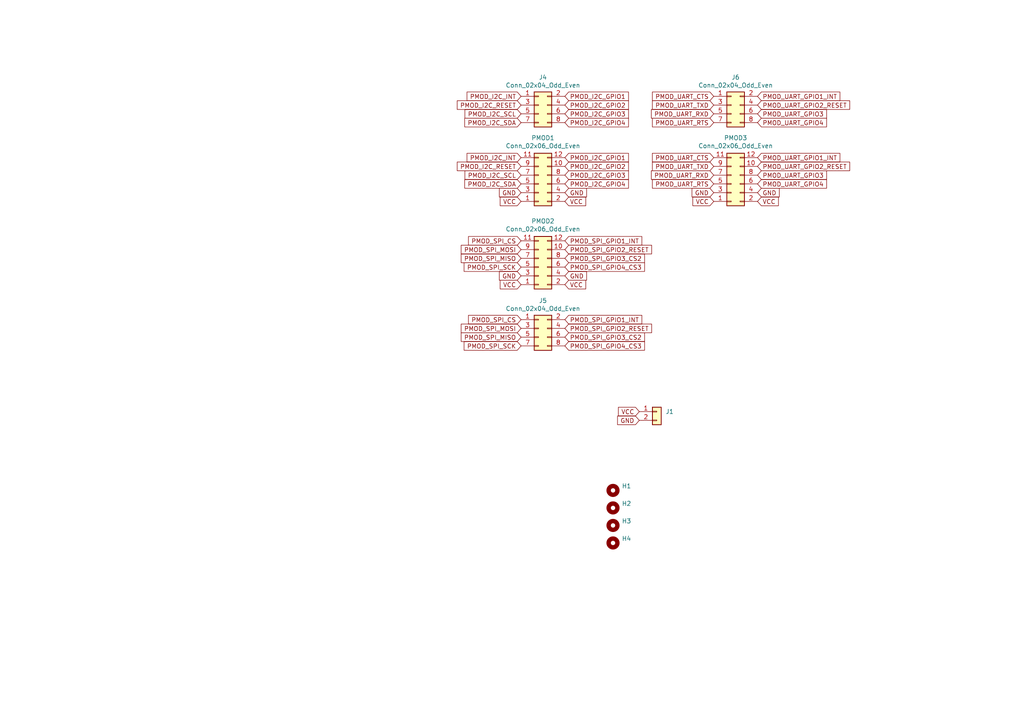
<source format=kicad_sch>
(kicad_sch (version 20211123) (generator eeschema)
  (paper "A4")
  (lib_symbols
    (symbol "Connector_Generic:Conn_01x02" (pin_names (offset 1.016) hide)
      (property "Reference" "J" (at 0 2.54 0))
      (property "Value" "Conn_01x02" (at 0 -5.08 0))
      (symbol "Conn_01x02_1_1"
        (rectangle (start -1.27 -2.413) (end 0 -2.667) (stroke (width 0.1524)))
        (rectangle (start -1.27 0.127) (end 0 -0.127) (stroke (width 0.1524)))
        (rectangle (start -1.27 1.27) (end 1.27 -3.81) (stroke (width 0.254)) (fill (type background)))
        (pin passive line (at -5.08 0 0) (length 3.81) (name "Pin_1") (number "1"))
        (pin passive line (at -5.08 -2.54 0) (length 3.81) (name "Pin_2") (number "2"))
      )
    )
    (symbol "Connector_Generic:Conn_02x04_Odd_Even" (pin_names (offset 1.016) hide)
      (property "Reference" "J" (at 1.27 5.08 0))
      (property "Value" "Conn_02x04_Odd_Even" (at 1.27 -7.62 0))
      (symbol "Conn_02x04_Odd_Even_1_1"
        (rectangle (start -1.27 -4.953) (end 0 -5.207) (stroke (width 0.1524)))
        (rectangle (start -1.27 -2.413) (end 0 -2.667) (stroke (width 0.1524)))
        (rectangle (start -1.27 0.127) (end 0 -0.127) (stroke (width 0.1524)))
        (rectangle (start -1.27 2.667) (end 0 2.413) (stroke (width 0.1524)))
        (rectangle (start -1.27 3.81) (end 3.81 -6.35) (stroke (width 0.254)) (fill (type background)))
        (rectangle (start 3.81 -4.953) (end 2.54 -5.207) (stroke (width 0.1524)))
        (rectangle (start 3.81 -2.413) (end 2.54 -2.667) (stroke (width 0.1524)))
        (rectangle (start 3.81 0.127) (end 2.54 -0.127) (stroke (width 0.1524)))
        (rectangle (start 3.81 2.667) (end 2.54 2.413) (stroke (width 0.1524)))
        (pin passive line (at -5.08 2.54 0) (length 3.81) (name "Pin_1") (number "1"))
        (pin passive line (at 7.62 2.54 180) (length 3.81) (name "Pin_2") (number "2"))
        (pin passive line (at -5.08 0 0) (length 3.81) (name "Pin_3") (number "3"))
        (pin passive line (at 7.62 0 180) (length 3.81) (name "Pin_4") (number "4"))
        (pin passive line (at -5.08 -2.54 0) (length 3.81) (name "Pin_5") (number "5"))
        (pin passive line (at 7.62 -2.54 180) (length 3.81) (name "Pin_6") (number "6"))
        (pin passive line (at -5.08 -5.08 0) (length 3.81) (name "Pin_7") (number "7"))
        (pin passive line (at 7.62 -5.08 180) (length 3.81) (name "Pin_8") (number "8"))
      )
    )
    (symbol "Connector_Generic:Conn_02x06_Odd_Even" (pin_names (offset 1.016) hide)
      (property "Reference" "J" (at 1.27 7.62 0))
      (property "Value" "Conn_02x06_Odd_Even" (at 1.27 -10.16 0))
      (symbol "Conn_02x06_Odd_Even_1_1"
        (rectangle (start -1.27 -7.493) (end 0 -7.747) (stroke (width 0.1524)))
        (rectangle (start -1.27 -4.953) (end 0 -5.207) (stroke (width 0.1524)))
        (rectangle (start -1.27 -2.413) (end 0 -2.667) (stroke (width 0.1524)))
        (rectangle (start -1.27 0.127) (end 0 -0.127) (stroke (width 0.1524)))
        (rectangle (start -1.27 2.667) (end 0 2.413) (stroke (width 0.1524)))
        (rectangle (start -1.27 5.207) (end 0 4.953) (stroke (width 0.1524)))
        (rectangle (start -1.27 6.35) (end 3.81 -8.89) (stroke (width 0.254)) (fill (type background)))
        (rectangle (start 3.81 -7.493) (end 2.54 -7.747) (stroke (width 0.1524)))
        (rectangle (start 3.81 -4.953) (end 2.54 -5.207) (stroke (width 0.1524)))
        (rectangle (start 3.81 -2.413) (end 2.54 -2.667) (stroke (width 0.1524)))
        (rectangle (start 3.81 0.127) (end 2.54 -0.127) (stroke (width 0.1524)))
        (rectangle (start 3.81 2.667) (end 2.54 2.413) (stroke (width 0.1524)))
        (rectangle (start 3.81 5.207) (end 2.54 4.953) (stroke (width 0.1524)))
        (pin passive line (at -5.08 5.08 0) (length 3.81) (name "Pin_1") (number "1"))
        (pin passive line (at 7.62 -5.08 180) (length 3.81) (name "Pin_10") (number "10"))
        (pin passive line (at -5.08 -7.62 0) (length 3.81) (name "Pin_11") (number "11"))
        (pin passive line (at 7.62 -7.62 180) (length 3.81) (name "Pin_12") (number "12"))
        (pin passive line (at 7.62 5.08 180) (length 3.81) (name "Pin_2") (number "2"))
        (pin passive line (at -5.08 2.54 0) (length 3.81) (name "Pin_3") (number "3"))
        (pin passive line (at 7.62 2.54 180) (length 3.81) (name "Pin_4") (number "4"))
        (pin passive line (at -5.08 0 0) (length 3.81) (name "Pin_5") (number "5"))
        (pin passive line (at 7.62 0 180) (length 3.81) (name "Pin_6") (number "6"))
        (pin passive line (at -5.08 -2.54 0) (length 3.81) (name "Pin_7") (number "7"))
        (pin passive line (at 7.62 -2.54 180) (length 3.81) (name "Pin_8") (number "8"))
        (pin passive line (at -5.08 -5.08 0) (length 3.81) (name "Pin_9") (number "9"))
      )
    )
    (symbol "Mechanical:MountingHole" (pin_names (offset 1.016))
      (property "Reference" "H" (at 0 5.08 0))
      (property "Value" "MountingHole" (at 0 3.175 0))
      (symbol "MountingHole_0_1"
        (circle (center 0 0) (radius 1.27) (stroke (width 1.27)))
      )
    )
  )
  (global_label "GND" (shape input) (at 163.83 55.88 0) (property "Intersheet-verwijzingen" "${INTERSHEET_REFS}" (effects hide)))
  (global_label "PMOD_UART_RTS" (shape input) (at 207.01 35.56 180) (property "Intersheet-verwijzingen" "${INTERSHEET_REFS}" (effects hide)))
  (global_label "PMOD_I2C_INT" (shape input) (at 151.13 45.72 180) (property "Intersheet-verwijzingen" "${INTERSHEET_REFS}" (effects hide)))
  (global_label "VCC" (shape input) (at 185.42 119.38 180) (property "Intersheet-verwijzingen" "${INTERSHEET_REFS}" (effects hide)))
  (global_label "GND" (shape input) (at 163.83 80.01 0) (property "Intersheet-verwijzingen" "${INTERSHEET_REFS}" (effects hide)))
  (global_label "PMOD_SPI_SCK" (shape input) (at 151.13 100.33 180) (property "Intersheet-verwijzingen" "${INTERSHEET_REFS}" (effects hide)))
  (global_label "PMOD_UART_GPIO2_RESET" (shape input) (at 219.71 30.48 0) (property "Intersheet-verwijzingen" "${INTERSHEET_REFS}" (effects hide)))
  (global_label "PMOD_I2C_GPIO1" (shape input) (at 163.83 27.94 0) (property "Intersheet-verwijzingen" "${INTERSHEET_REFS}" (effects hide)))
  (global_label "PMOD_UART_GPIO4" (shape input) (at 219.71 53.34 0) (property "Intersheet-verwijzingen" "${INTERSHEET_REFS}" (effects hide)))
  (global_label "PMOD_UART_TXD" (shape input) (at 207.01 48.26 180) (property "Intersheet-verwijzingen" "${INTERSHEET_REFS}" (effects hide)))
  (global_label "PMOD_UART_CTS" (shape input) (at 207.01 27.94 180) (property "Intersheet-verwijzingen" "${INTERSHEET_REFS}" (effects hide)))
  (global_label "PMOD_SPI_GPIO1_INT" (shape input) (at 163.83 69.85 0) (property "Intersheet-verwijzingen" "${INTERSHEET_REFS}" (effects hide)))
  (global_label "GND" (shape input) (at 219.71 55.88 0) (property "Intersheet-verwijzingen" "${INTERSHEET_REFS}" (effects hide)))
  (global_label "PMOD_UART_RXD" (shape input) (at 207.01 50.8 180) (property "Intersheet-verwijzingen" "${INTERSHEET_REFS}" (effects hide)))
  (global_label "PMOD_UART_GPIO4" (shape input) (at 219.71 35.56 0) (property "Intersheet-verwijzingen" "${INTERSHEET_REFS}" (effects hide)))
  (global_label "PMOD_SPI_GPIO4_CS3" (shape input) (at 163.83 77.47 0) (property "Intersheet-verwijzingen" "${INTERSHEET_REFS}" (effects hide)))
  (global_label "PMOD_SPI_GPIO4_CS3" (shape input) (at 163.83 100.33 0) (property "Intersheet-verwijzingen" "${INTERSHEET_REFS}" (effects hide)))
  (global_label "PMOD_I2C_GPIO3" (shape input) (at 163.83 50.8 0) (property "Intersheet-verwijzingen" "${INTERSHEET_REFS}" (effects hide)))
  (global_label "PMOD_UART_TXD" (shape input) (at 207.01 30.48 180) (property "Intersheet-verwijzingen" "${INTERSHEET_REFS}" (effects hide)))
  (global_label "PMOD_UART_GPIO1_INT" (shape input) (at 219.71 45.72 0) (property "Intersheet-verwijzingen" "${INTERSHEET_REFS}" (effects hide)))
  (global_label "PMOD_SPI_GPIO3_CS2" (shape input) (at 163.83 74.93 0) (property "Intersheet-verwijzingen" "${INTERSHEET_REFS}" (effects hide)))
  (global_label "PMOD_SPI_GPIO1_INT" (shape input) (at 163.83 92.71 0) (property "Intersheet-verwijzingen" "${INTERSHEET_REFS}" (effects hide)))
  (global_label "PMOD_SPI_CS" (shape input) (at 151.13 69.85 180) (property "Intersheet-verwijzingen" "${INTERSHEET_REFS}" (effects hide)))
  (global_label "PMOD_SPI_MOSI" (shape input) (at 151.13 72.39 180) (property "Intersheet-verwijzingen" "${INTERSHEET_REFS}" (effects hide)))
  (global_label "VCC" (shape input) (at 163.83 58.42 0) (property "Intersheet-verwijzingen" "${INTERSHEET_REFS}" (effects hide)))
  (global_label "PMOD_I2C_SDA" (shape input) (at 151.13 35.56 180) (property "Intersheet-verwijzingen" "${INTERSHEET_REFS}" (effects hide)))
  (global_label "PMOD_SPI_SCK" (shape input) (at 151.13 77.47 180) (property "Intersheet-verwijzingen" "${INTERSHEET_REFS}" (effects hide)))
  (global_label "GND" (shape input) (at 207.01 55.88 180) (property "Intersheet-verwijzingen" "${INTERSHEET_REFS}" (effects hide)))
  (global_label "PMOD_UART_RXD" (shape input) (at 207.01 33.02 180) (property "Intersheet-verwijzingen" "${INTERSHEET_REFS}" (effects hide)))
  (global_label "VCC" (shape input) (at 151.13 58.42 180) (property "Intersheet-verwijzingen" "${INTERSHEET_REFS}" (effects hide)))
  (global_label "PMOD_I2C_SCL" (shape input) (at 151.13 50.8 180) (property "Intersheet-verwijzingen" "${INTERSHEET_REFS}" (effects hide)))
  (global_label "PMOD_I2C_GPIO4" (shape input) (at 163.83 53.34 0) (property "Intersheet-verwijzingen" "${INTERSHEET_REFS}" (effects hide)))
  (global_label "PMOD_I2C_INT" (shape input) (at 151.13 27.94 180) (property "Intersheet-verwijzingen" "${INTERSHEET_REFS}" (effects hide)))
  (global_label "VCC" (shape input) (at 207.01 58.42 180) (property "Intersheet-verwijzingen" "${INTERSHEET_REFS}" (effects hide)))
  (global_label "PMOD_SPI_MOSI" (shape input) (at 151.13 95.25 180) (property "Intersheet-verwijzingen" "${INTERSHEET_REFS}" (effects hide)))
  (global_label "PMOD_UART_CTS" (shape input) (at 207.01 45.72 180) (property "Intersheet-verwijzingen" "${INTERSHEET_REFS}" (effects hide)))
  (global_label "PMOD_UART_GPIO1_INT" (shape input) (at 219.71 27.94 0) (property "Intersheet-verwijzingen" "${INTERSHEET_REFS}" (effects hide)))
  (global_label "PMOD_SPI_MISO" (shape input) (at 151.13 74.93 180) (property "Intersheet-verwijzingen" "${INTERSHEET_REFS}" (effects hide)))
  (global_label "PMOD_UART_RTS" (shape input) (at 207.01 53.34 180) (property "Intersheet-verwijzingen" "${INTERSHEET_REFS}" (effects hide)))
  (global_label "PMOD_SPI_GPIO3_CS2" (shape input) (at 163.83 97.79 0) (property "Intersheet-verwijzingen" "${INTERSHEET_REFS}" (effects hide)))
  (global_label "PMOD_UART_GPIO3" (shape input) (at 219.71 33.02 0) (property "Intersheet-verwijzingen" "${INTERSHEET_REFS}" (effects hide)))
  (global_label "PMOD_SPI_GPIO2_RESET" (shape input) (at 163.83 72.39 0) (property "Intersheet-verwijzingen" "${INTERSHEET_REFS}" (effects hide)))
  (global_label "PMOD_UART_GPIO2_RESET" (shape input) (at 219.71 48.26 0) (property "Intersheet-verwijzingen" "${INTERSHEET_REFS}" (effects hide)))
  (global_label "PMOD_I2C_GPIO2" (shape input) (at 163.83 30.48 0) (property "Intersheet-verwijzingen" "${INTERSHEET_REFS}" (effects hide)))
  (global_label "PMOD_SPI_GPIO2_RESET" (shape input) (at 163.83 95.25 0) (property "Intersheet-verwijzingen" "${INTERSHEET_REFS}" (effects hide)))
  (global_label "PMOD_I2C_RESET" (shape input) (at 151.13 30.48 180) (property "Intersheet-verwijzingen" "${INTERSHEET_REFS}" (effects hide)))
  (global_label "GND" (shape input) (at 151.13 80.01 180) (property "Intersheet-verwijzingen" "${INTERSHEET_REFS}" (effects hide)))
  (global_label "PMOD_UART_GPIO3" (shape input) (at 219.71 50.8 0) (property "Intersheet-verwijzingen" "${INTERSHEET_REFS}" (effects hide)))
  (global_label "PMOD_SPI_MISO" (shape input) (at 151.13 97.79 180) (property "Intersheet-verwijzingen" "${INTERSHEET_REFS}" (effects hide)))
  (global_label "PMOD_I2C_GPIO4" (shape input) (at 163.83 35.56 0) (property "Intersheet-verwijzingen" "${INTERSHEET_REFS}" (effects hide)))
  (global_label "PMOD_I2C_SDA" (shape input) (at 151.13 53.34 180) (property "Intersheet-verwijzingen" "${INTERSHEET_REFS}" (effects hide)))
  (global_label "GND" (shape input) (at 151.13 55.88 180) (property "Intersheet-verwijzingen" "${INTERSHEET_REFS}" (effects hide)))
  (global_label "PMOD_I2C_RESET" (shape input) (at 151.13 48.26 180) (property "Intersheet-verwijzingen" "${INTERSHEET_REFS}" (effects hide)))
  (global_label "PMOD_I2C_GPIO3" (shape input) (at 163.83 33.02 0) (property "Intersheet-verwijzingen" "${INTERSHEET_REFS}" (effects hide)))
  (global_label "PMOD_I2C_GPIO2" (shape input) (at 163.83 48.26 0) (property "Intersheet-verwijzingen" "${INTERSHEET_REFS}" (effects hide)))
  (global_label "PMOD_I2C_GPIO1" (shape input) (at 163.83 45.72 0) (property "Intersheet-verwijzingen" "${INTERSHEET_REFS}" (effects hide)))
  (global_label "PMOD_SPI_CS" (shape input) (at 151.13 92.71 180) (property "Intersheet-verwijzingen" "${INTERSHEET_REFS}" (effects hide)))
  (global_label "VCC" (shape input) (at 151.13 82.55 180) (property "Intersheet-verwijzingen" "${INTERSHEET_REFS}" (effects hide)))
  (global_label "VCC" (shape input) (at 219.71 58.42 0) (property "Intersheet-verwijzingen" "${INTERSHEET_REFS}" (effects hide)))
  (global_label "PMOD_I2C_SCL" (shape input) (at 151.13 33.02 180) (property "Intersheet-verwijzingen" "${INTERSHEET_REFS}" (effects hide)))
  (global_label "VCC" (shape input) (at 163.83 82.55 0) (property "Intersheet-verwijzingen" "${INTERSHEET_REFS}" (effects hide)))
  (global_label "GND" (shape input) (at 185.42 121.92 180) (property "Intersheet-verwijzingen" "${INTERSHEET_REFS}" (effects hide)))
  (symbol (lib_id "Connector_Generic:Conn_02x06_Odd_Even") (at 156.21 53.34 0) (mirror x) (unit 1)
    (property "Reference" "PMOD1" (at 157.48 40.005 0))
    (property "Value" "Conn_02x06_Odd_Even" (at 157.48 42.3164 0))
    (property "Footprint" "Connector_PinSocket_2.54mm:PinSocket_2x06_P2.54mm_Horizontal" (effects hide))
  )
  (symbol (lib_id "Connector_Generic:Conn_02x06_Odd_Even") (at 156.21 77.47 0) (mirror x) (unit 1)
    (property "Reference" "PMOD2" (at 157.48 64.135 0))
    (property "Value" "Conn_02x06_Odd_Even" (at 157.48 66.4464 0))
    (property "Footprint" "Connector_PinSocket_2.54mm:PinSocket_2x06_P2.54mm_Horizontal" (effects hide))
  )
  (symbol (lib_id "Connector_Generic:Conn_02x06_Odd_Even") (at 212.09 53.34 0) (mirror x) (unit 1)
    (property "Reference" "PMOD3" (at 213.36 40.005 0))
    (property "Value" "Conn_02x06_Odd_Even" (at 213.36 42.3164 0))
    (property "Footprint" "Connector_PinSocket_2.54mm:PinSocket_2x06_P2.54mm_Horizontal" (effects hide))
  )
  (symbol (lib_id "Connector_Generic:Conn_02x04_Odd_Even") (at 156.21 95.25 0) (unit 1)
    (property "Reference" "J5" (at 157.48 87.1982 0))
    (property "Value" "Conn_02x04_Odd_Even" (at 157.48 89.5096 0))
    (property "Footprint" "Connector_PinHeader_2.54mm:PinHeader_2x04_P2.54mm_Vertical" (effects hide))
  )
  (symbol (lib_id "Connector_Generic:Conn_02x04_Odd_Even") (at 156.21 30.48 0) (unit 1)
    (property "Reference" "J4" (at 157.48 22.4282 0))
    (property "Value" "Conn_02x04_Odd_Even" (at 157.48 24.7396 0))
    (property "Footprint" "Connector_PinHeader_2.54mm:PinHeader_2x04_P2.54mm_Vertical" (effects hide))
  )
  (symbol (lib_id "Connector_Generic:Conn_02x04_Odd_Even") (at 212.09 30.48 0) (unit 1)
    (property "Reference" "J6" (at 213.36 22.4282 0))
    (property "Value" "Conn_02x04_Odd_Even" (at 213.36 24.7396 0))
    (property "Footprint" "Connector_PinHeader_2.54mm:PinHeader_2x04_P2.54mm_Vertical" (effects hide))
  )
  (symbol (lib_id "Mechanical:MountingHole") (at 177.8 142.24 0) (unit 1)
    (property "Reference" "H1" (at 180.34 140.9699 0) (effects (justify left)))
  )
  (symbol (lib_id "Connector_Generic:Conn_01x02") (at 190.5 119.38 0) (unit 1)
    (property "Reference" "J1" (at 193.04 119.3799 0) (effects (justify left)))
  )
  (symbol (lib_id "Mechanical:MountingHole") (at 177.8 152.4 0) (unit 1)
    (property "Reference" "H3" (at 180.34 151.1299 0) (effects (justify left)))
  )
  (symbol (lib_id "Mechanical:MountingHole") (at 177.8 147.32 0) (unit 1)
    (property "Reference" "H2" (at 180.34 146.0499 0) (effects (justify left)))
  )
  (symbol (lib_id "Mechanical:MountingHole") (at 177.8 157.48 0) (unit 1)
    (property "Reference" "H4" (at 180.34 156.2099 0) (effects (justify left)))
  )
)
</source>
